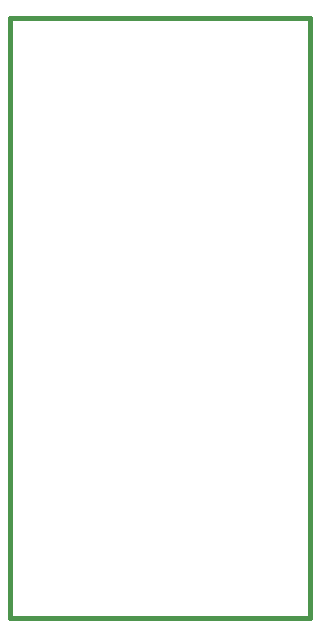
<source format=gbr>
G04 (created by PCBNEW-RS274X (2012-01-19 BZR 3256)-stable) date 9/17/2012 8:45:25 AM*
G01*
G70*
G90*
%MOIN*%
G04 Gerber Fmt 3.4, Leading zero omitted, Abs format*
%FSLAX34Y34*%
G04 APERTURE LIST*
%ADD10C,0.006000*%
%ADD11C,0.015000*%
G04 APERTURE END LIST*
G54D10*
G54D11*
X60000Y-50000D02*
X70000Y-50000D01*
X60000Y-30000D02*
X60000Y-50000D01*
X70000Y-30000D02*
X60000Y-30000D01*
X70000Y-30000D02*
X70000Y-50000D01*
M02*

</source>
